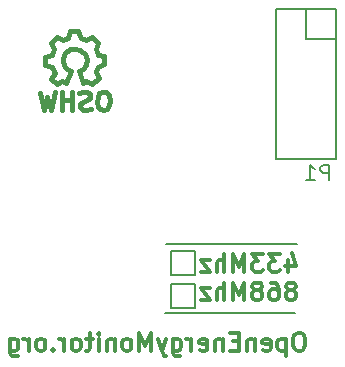
<source format=gbr>
%FSLAX46Y46*%
G04 Gerber Fmt 4.6, Leading zero omitted, Abs format (unit mm)*
G04 Created by KiCad (PCBNEW (2014-jul-16 BZR unknown)-product) date Wed 29 Oct 2014 15:34:50 GMT*
%MOMM*%
G01*
G04 APERTURE LIST*
%ADD10C,0.100000*%
%ADD11C,0.300000*%
%ADD12C,0.200000*%
%ADD13C,0.150000*%
%ADD14C,0.381000*%
%ADD15C,0.203200*%
G04 APERTURE END LIST*
D10*
D11*
X165302572Y-120727571D02*
X165016858Y-120727571D01*
X164874000Y-120799000D01*
X164731143Y-120941857D01*
X164659715Y-121227571D01*
X164659715Y-121727571D01*
X164731143Y-122013286D01*
X164874000Y-122156143D01*
X165016858Y-122227571D01*
X165302572Y-122227571D01*
X165445429Y-122156143D01*
X165588286Y-122013286D01*
X165659715Y-121727571D01*
X165659715Y-121227571D01*
X165588286Y-120941857D01*
X165445429Y-120799000D01*
X165302572Y-120727571D01*
X164016857Y-121227571D02*
X164016857Y-122727571D01*
X164016857Y-121299000D02*
X163874000Y-121227571D01*
X163588286Y-121227571D01*
X163445429Y-121299000D01*
X163374000Y-121370429D01*
X163302571Y-121513286D01*
X163302571Y-121941857D01*
X163374000Y-122084714D01*
X163445429Y-122156143D01*
X163588286Y-122227571D01*
X163874000Y-122227571D01*
X164016857Y-122156143D01*
X162088286Y-122156143D02*
X162231143Y-122227571D01*
X162516857Y-122227571D01*
X162659714Y-122156143D01*
X162731143Y-122013286D01*
X162731143Y-121441857D01*
X162659714Y-121299000D01*
X162516857Y-121227571D01*
X162231143Y-121227571D01*
X162088286Y-121299000D01*
X162016857Y-121441857D01*
X162016857Y-121584714D01*
X162731143Y-121727571D01*
X161374000Y-121227571D02*
X161374000Y-122227571D01*
X161374000Y-121370429D02*
X161302572Y-121299000D01*
X161159714Y-121227571D01*
X160945429Y-121227571D01*
X160802572Y-121299000D01*
X160731143Y-121441857D01*
X160731143Y-122227571D01*
X160016857Y-121441857D02*
X159516857Y-121441857D01*
X159302571Y-122227571D02*
X160016857Y-122227571D01*
X160016857Y-120727571D01*
X159302571Y-120727571D01*
X158659714Y-121227571D02*
X158659714Y-122227571D01*
X158659714Y-121370429D02*
X158588286Y-121299000D01*
X158445428Y-121227571D01*
X158231143Y-121227571D01*
X158088286Y-121299000D01*
X158016857Y-121441857D01*
X158016857Y-122227571D01*
X156731143Y-122156143D02*
X156874000Y-122227571D01*
X157159714Y-122227571D01*
X157302571Y-122156143D01*
X157374000Y-122013286D01*
X157374000Y-121441857D01*
X157302571Y-121299000D01*
X157159714Y-121227571D01*
X156874000Y-121227571D01*
X156731143Y-121299000D01*
X156659714Y-121441857D01*
X156659714Y-121584714D01*
X157374000Y-121727571D01*
X156016857Y-122227571D02*
X156016857Y-121227571D01*
X156016857Y-121513286D02*
X155945429Y-121370429D01*
X155874000Y-121299000D01*
X155731143Y-121227571D01*
X155588286Y-121227571D01*
X154445429Y-121227571D02*
X154445429Y-122441857D01*
X154516858Y-122584714D01*
X154588286Y-122656143D01*
X154731143Y-122727571D01*
X154945429Y-122727571D01*
X155088286Y-122656143D01*
X154445429Y-122156143D02*
X154588286Y-122227571D01*
X154874000Y-122227571D01*
X155016858Y-122156143D01*
X155088286Y-122084714D01*
X155159715Y-121941857D01*
X155159715Y-121513286D01*
X155088286Y-121370429D01*
X155016858Y-121299000D01*
X154874000Y-121227571D01*
X154588286Y-121227571D01*
X154445429Y-121299000D01*
X153874000Y-121227571D02*
X153516857Y-122227571D01*
X153159715Y-121227571D02*
X153516857Y-122227571D01*
X153659715Y-122584714D01*
X153731143Y-122656143D01*
X153874000Y-122727571D01*
X152588286Y-122227571D02*
X152588286Y-120727571D01*
X152088286Y-121799000D01*
X151588286Y-120727571D01*
X151588286Y-122227571D01*
X150659714Y-122227571D02*
X150802572Y-122156143D01*
X150874000Y-122084714D01*
X150945429Y-121941857D01*
X150945429Y-121513286D01*
X150874000Y-121370429D01*
X150802572Y-121299000D01*
X150659714Y-121227571D01*
X150445429Y-121227571D01*
X150302572Y-121299000D01*
X150231143Y-121370429D01*
X150159714Y-121513286D01*
X150159714Y-121941857D01*
X150231143Y-122084714D01*
X150302572Y-122156143D01*
X150445429Y-122227571D01*
X150659714Y-122227571D01*
X149516857Y-121227571D02*
X149516857Y-122227571D01*
X149516857Y-121370429D02*
X149445429Y-121299000D01*
X149302571Y-121227571D01*
X149088286Y-121227571D01*
X148945429Y-121299000D01*
X148874000Y-121441857D01*
X148874000Y-122227571D01*
X148159714Y-122227571D02*
X148159714Y-121227571D01*
X148159714Y-120727571D02*
X148231143Y-120799000D01*
X148159714Y-120870429D01*
X148088286Y-120799000D01*
X148159714Y-120727571D01*
X148159714Y-120870429D01*
X147659714Y-121227571D02*
X147088285Y-121227571D01*
X147445428Y-120727571D02*
X147445428Y-122013286D01*
X147374000Y-122156143D01*
X147231142Y-122227571D01*
X147088285Y-122227571D01*
X146373999Y-122227571D02*
X146516857Y-122156143D01*
X146588285Y-122084714D01*
X146659714Y-121941857D01*
X146659714Y-121513286D01*
X146588285Y-121370429D01*
X146516857Y-121299000D01*
X146373999Y-121227571D01*
X146159714Y-121227571D01*
X146016857Y-121299000D01*
X145945428Y-121370429D01*
X145873999Y-121513286D01*
X145873999Y-121941857D01*
X145945428Y-122084714D01*
X146016857Y-122156143D01*
X146159714Y-122227571D01*
X146373999Y-122227571D01*
X145231142Y-122227571D02*
X145231142Y-121227571D01*
X145231142Y-121513286D02*
X145159714Y-121370429D01*
X145088285Y-121299000D01*
X144945428Y-121227571D01*
X144802571Y-121227571D01*
X144302571Y-122084714D02*
X144231143Y-122156143D01*
X144302571Y-122227571D01*
X144374000Y-122156143D01*
X144302571Y-122084714D01*
X144302571Y-122227571D01*
X143373999Y-122227571D02*
X143516857Y-122156143D01*
X143588285Y-122084714D01*
X143659714Y-121941857D01*
X143659714Y-121513286D01*
X143588285Y-121370429D01*
X143516857Y-121299000D01*
X143373999Y-121227571D01*
X143159714Y-121227571D01*
X143016857Y-121299000D01*
X142945428Y-121370429D01*
X142873999Y-121513286D01*
X142873999Y-121941857D01*
X142945428Y-122084714D01*
X143016857Y-122156143D01*
X143159714Y-122227571D01*
X143373999Y-122227571D01*
X142231142Y-122227571D02*
X142231142Y-121227571D01*
X142231142Y-121513286D02*
X142159714Y-121370429D01*
X142088285Y-121299000D01*
X141945428Y-121227571D01*
X141802571Y-121227571D01*
X140659714Y-121227571D02*
X140659714Y-122441857D01*
X140731143Y-122584714D01*
X140802571Y-122656143D01*
X140945428Y-122727571D01*
X141159714Y-122727571D01*
X141302571Y-122656143D01*
X140659714Y-122156143D02*
X140802571Y-122227571D01*
X141088285Y-122227571D01*
X141231143Y-122156143D01*
X141302571Y-122084714D01*
X141374000Y-121941857D01*
X141374000Y-121513286D01*
X141302571Y-121370429D01*
X141231143Y-121299000D01*
X141088285Y-121227571D01*
X140802571Y-121227571D01*
X140659714Y-121299000D01*
D12*
X153759000Y-119009000D02*
X164808000Y-119009000D01*
X156299000Y-116596000D02*
X154267000Y-116596000D01*
X154267000Y-116596000D02*
X154267000Y-118628000D01*
X154267000Y-118628000D02*
X156299000Y-118628000D01*
X156299000Y-118501000D02*
X156299000Y-116596000D01*
X156299000Y-113929000D02*
X156299000Y-113802000D01*
X156299000Y-115834000D02*
X156299000Y-113929000D01*
X154267000Y-115834000D02*
X156299000Y-115834000D01*
X154267000Y-113802000D02*
X154267000Y-115834000D01*
X156299000Y-113802000D02*
X154267000Y-113802000D01*
D11*
X164156714Y-114566571D02*
X164156714Y-115566571D01*
X164513857Y-113995143D02*
X164871000Y-115066571D01*
X163942428Y-115066571D01*
X163513857Y-114066571D02*
X162585286Y-114066571D01*
X163085286Y-114638000D01*
X162871000Y-114638000D01*
X162728143Y-114709429D01*
X162656714Y-114780857D01*
X162585286Y-114923714D01*
X162585286Y-115280857D01*
X162656714Y-115423714D01*
X162728143Y-115495143D01*
X162871000Y-115566571D01*
X163299572Y-115566571D01*
X163442429Y-115495143D01*
X163513857Y-115423714D01*
X162085286Y-114066571D02*
X161156715Y-114066571D01*
X161656715Y-114638000D01*
X161442429Y-114638000D01*
X161299572Y-114709429D01*
X161228143Y-114780857D01*
X161156715Y-114923714D01*
X161156715Y-115280857D01*
X161228143Y-115423714D01*
X161299572Y-115495143D01*
X161442429Y-115566571D01*
X161871001Y-115566571D01*
X162013858Y-115495143D01*
X162085286Y-115423714D01*
X160513858Y-115566571D02*
X160513858Y-114066571D01*
X160013858Y-115138000D01*
X159513858Y-114066571D01*
X159513858Y-115566571D01*
X158799572Y-115566571D02*
X158799572Y-114066571D01*
X158156715Y-115566571D02*
X158156715Y-114780857D01*
X158228144Y-114638000D01*
X158371001Y-114566571D01*
X158585286Y-114566571D01*
X158728144Y-114638000D01*
X158799572Y-114709429D01*
X157585286Y-114566571D02*
X156799572Y-114566571D01*
X157585286Y-115566571D01*
X156799572Y-115566571D01*
X164585285Y-117109429D02*
X164728143Y-117038000D01*
X164799571Y-116966571D01*
X164871000Y-116823714D01*
X164871000Y-116752286D01*
X164799571Y-116609429D01*
X164728143Y-116538000D01*
X164585285Y-116466571D01*
X164299571Y-116466571D01*
X164156714Y-116538000D01*
X164085285Y-116609429D01*
X164013857Y-116752286D01*
X164013857Y-116823714D01*
X164085285Y-116966571D01*
X164156714Y-117038000D01*
X164299571Y-117109429D01*
X164585285Y-117109429D01*
X164728143Y-117180857D01*
X164799571Y-117252286D01*
X164871000Y-117395143D01*
X164871000Y-117680857D01*
X164799571Y-117823714D01*
X164728143Y-117895143D01*
X164585285Y-117966571D01*
X164299571Y-117966571D01*
X164156714Y-117895143D01*
X164085285Y-117823714D01*
X164013857Y-117680857D01*
X164013857Y-117395143D01*
X164085285Y-117252286D01*
X164156714Y-117180857D01*
X164299571Y-117109429D01*
X162728143Y-116466571D02*
X163013857Y-116466571D01*
X163156714Y-116538000D01*
X163228143Y-116609429D01*
X163371000Y-116823714D01*
X163442429Y-117109429D01*
X163442429Y-117680857D01*
X163371000Y-117823714D01*
X163299572Y-117895143D01*
X163156714Y-117966571D01*
X162871000Y-117966571D01*
X162728143Y-117895143D01*
X162656714Y-117823714D01*
X162585286Y-117680857D01*
X162585286Y-117323714D01*
X162656714Y-117180857D01*
X162728143Y-117109429D01*
X162871000Y-117038000D01*
X163156714Y-117038000D01*
X163299572Y-117109429D01*
X163371000Y-117180857D01*
X163442429Y-117323714D01*
X161728143Y-117109429D02*
X161871001Y-117038000D01*
X161942429Y-116966571D01*
X162013858Y-116823714D01*
X162013858Y-116752286D01*
X161942429Y-116609429D01*
X161871001Y-116538000D01*
X161728143Y-116466571D01*
X161442429Y-116466571D01*
X161299572Y-116538000D01*
X161228143Y-116609429D01*
X161156715Y-116752286D01*
X161156715Y-116823714D01*
X161228143Y-116966571D01*
X161299572Y-117038000D01*
X161442429Y-117109429D01*
X161728143Y-117109429D01*
X161871001Y-117180857D01*
X161942429Y-117252286D01*
X162013858Y-117395143D01*
X162013858Y-117680857D01*
X161942429Y-117823714D01*
X161871001Y-117895143D01*
X161728143Y-117966571D01*
X161442429Y-117966571D01*
X161299572Y-117895143D01*
X161228143Y-117823714D01*
X161156715Y-117680857D01*
X161156715Y-117395143D01*
X161228143Y-117252286D01*
X161299572Y-117180857D01*
X161442429Y-117109429D01*
X160513858Y-117966571D02*
X160513858Y-116466571D01*
X160013858Y-117538000D01*
X159513858Y-116466571D01*
X159513858Y-117966571D01*
X158799572Y-117966571D02*
X158799572Y-116466571D01*
X158156715Y-117966571D02*
X158156715Y-117180857D01*
X158228144Y-117038000D01*
X158371001Y-116966571D01*
X158585286Y-116966571D01*
X158728144Y-117038000D01*
X158799572Y-117109429D01*
X157585286Y-116966571D02*
X156799572Y-116966571D01*
X157585286Y-117966571D01*
X156799572Y-117966571D01*
D12*
X153886000Y-113167000D02*
X164935000Y-113167000D01*
D13*
X163195000Y-93345000D02*
X163195000Y-106045000D01*
X163195000Y-106045000D02*
X168275000Y-106045000D01*
X168275000Y-106045000D02*
X168275000Y-95885000D01*
X163195000Y-93345000D02*
X165735000Y-93345000D01*
X168275000Y-93345000D02*
X168275000Y-95885000D01*
X165735000Y-93345000D02*
X165735000Y-95885000D01*
X165735000Y-95885000D02*
X168275000Y-95885000D01*
X168275000Y-93345000D02*
X165735000Y-93345000D01*
D14*
X144470220Y-100362860D02*
X144109540Y-101833520D01*
X144109540Y-101833520D02*
X143830140Y-100771800D01*
X143830140Y-100771800D02*
X143520260Y-101843680D01*
X143520260Y-101843680D02*
X143179900Y-100393340D01*
X145890080Y-101053740D02*
X145100140Y-101043580D01*
X145100140Y-101043580D02*
X145089980Y-101053740D01*
X145089980Y-101053740D02*
X145089980Y-101043580D01*
X145049340Y-100332380D02*
X145049340Y-101874160D01*
X145938340Y-100322220D02*
X145938340Y-101891940D01*
X145938340Y-101891940D02*
X145928180Y-101881780D01*
X146489520Y-100423820D02*
X146840040Y-100342540D01*
X146840040Y-100342540D02*
X147160080Y-100332380D01*
X147160080Y-100332380D02*
X147398840Y-100533040D01*
X147398840Y-100533040D02*
X147429320Y-100802280D01*
X147429320Y-100802280D02*
X147188020Y-101043580D01*
X147188020Y-101043580D02*
X146799400Y-101173120D01*
X146799400Y-101173120D02*
X146619060Y-101333140D01*
X146619060Y-101333140D02*
X146578420Y-101632860D01*
X146578420Y-101632860D02*
X146809560Y-101853840D01*
X146809560Y-101853840D02*
X147129600Y-101881780D01*
X147129600Y-101881780D02*
X147480120Y-101772560D01*
X148518980Y-100322220D02*
X148767900Y-100342540D01*
X148767900Y-100342540D02*
X149009200Y-100583840D01*
X149009200Y-100583840D02*
X149098100Y-101074060D01*
X149098100Y-101074060D02*
X149070160Y-101422040D01*
X149070160Y-101422040D02*
X148869500Y-101742080D01*
X148869500Y-101742080D02*
X148618040Y-101864000D01*
X148618040Y-101864000D02*
X148308160Y-101792880D01*
X148308160Y-101792880D02*
X148089720Y-101612540D01*
X148089720Y-101612540D02*
X148018600Y-101152800D01*
X148018600Y-101152800D02*
X148069400Y-100743860D01*
X148069400Y-100743860D02*
X148178620Y-100461920D01*
X148178620Y-100461920D02*
X148539300Y-100332380D01*
X147919540Y-98602640D02*
X148178620Y-99163980D01*
X148178620Y-99163980D02*
X147640140Y-99682140D01*
X147640140Y-99682140D02*
X147119440Y-99412900D01*
X147119440Y-99412900D02*
X146840040Y-99572920D01*
X145399860Y-99552600D02*
X145069660Y-99362100D01*
X145069660Y-99362100D02*
X144630240Y-99692300D01*
X144630240Y-99692300D02*
X144157800Y-99202080D01*
X144157800Y-99202080D02*
X144439740Y-98722020D01*
X144439740Y-98722020D02*
X144249240Y-98252120D01*
X144249240Y-98252120D02*
X143639640Y-98064160D01*
X143639640Y-98064160D02*
X143639640Y-97383440D01*
X143639640Y-97383440D02*
X144198440Y-97243740D01*
X144198440Y-97243740D02*
X144399100Y-96672240D01*
X144399100Y-96672240D02*
X144129860Y-96202340D01*
X144129860Y-96202340D02*
X144599760Y-95691800D01*
X144599760Y-95691800D02*
X145117920Y-95953420D01*
X145117920Y-95953420D02*
X145587820Y-95752760D01*
X145587820Y-95752760D02*
X145758000Y-95211740D01*
X145758000Y-95211740D02*
X146448880Y-95193960D01*
X146448880Y-95193960D02*
X146659700Y-95742600D01*
X146659700Y-95742600D02*
X147078800Y-95912780D01*
X147078800Y-95912780D02*
X147629980Y-95643540D01*
X147629980Y-95643540D02*
X148148140Y-96171860D01*
X148148140Y-96171860D02*
X147899220Y-96712880D01*
X147899220Y-96712880D02*
X148069400Y-97192940D01*
X148069400Y-97192940D02*
X148618040Y-97292000D01*
X148618040Y-97292000D02*
X148628200Y-97993040D01*
X148628200Y-97993040D02*
X148069400Y-98193700D01*
X148069400Y-98193700D02*
X147929700Y-98592480D01*
X145788480Y-98572160D02*
X145488760Y-98422300D01*
X145488760Y-98422300D02*
X145288100Y-98224180D01*
X145288100Y-98224180D02*
X145138240Y-97822860D01*
X145138240Y-97822860D02*
X145138240Y-97424080D01*
X145138240Y-97424080D02*
X145288100Y-97073560D01*
X145288100Y-97073560D02*
X145740220Y-96723040D01*
X145740220Y-96723040D02*
X146189800Y-96672240D01*
X146189800Y-96672240D02*
X146588580Y-96773840D01*
X146588580Y-96773840D02*
X146989900Y-97121820D01*
X146989900Y-97121820D02*
X147139760Y-97573940D01*
X147139760Y-97573940D02*
X147088960Y-98071780D01*
X147088960Y-98071780D02*
X146840040Y-98374040D01*
X146840040Y-98374040D02*
X146489520Y-98572160D01*
X146489520Y-98572160D02*
X146840040Y-99572920D01*
X145788480Y-98572160D02*
X145389700Y-99572920D01*
D15*
X167650381Y-107772524D02*
X167650381Y-106502524D01*
X167166572Y-106502524D01*
X167045619Y-106563000D01*
X166985143Y-106623476D01*
X166924667Y-106744429D01*
X166924667Y-106925857D01*
X166985143Y-107046810D01*
X167045619Y-107107286D01*
X167166572Y-107167762D01*
X167650381Y-107167762D01*
X165715143Y-107772524D02*
X166440857Y-107772524D01*
X166078000Y-107772524D02*
X166078000Y-106502524D01*
X166198952Y-106683952D01*
X166319905Y-106804905D01*
X166440857Y-106865381D01*
M02*

</source>
